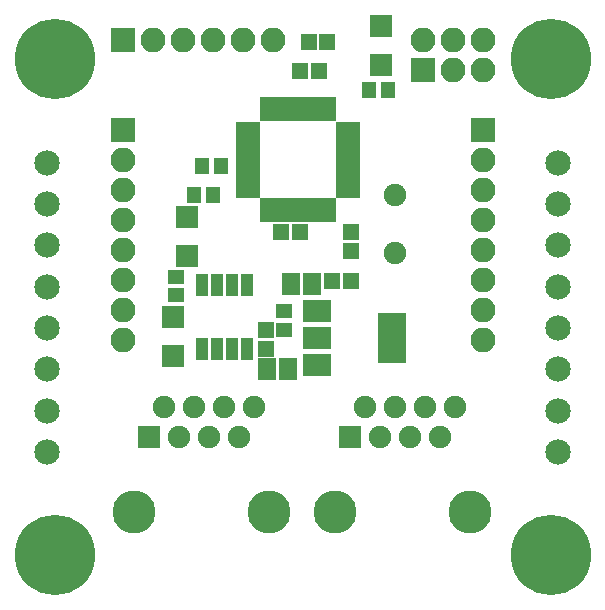
<source format=gts>
G04 #@! TF.GenerationSoftware,KiCad,Pcbnew,(6.0.0-rc1-dev-254-g7fa5456d7-dirty)*
G04 #@! TF.CreationDate,2018-11-09T09:56:40+01:00*
G04 #@! TF.ProjectId,sejf,73656A662E6B696361645F7063620000,rev?*
G04 #@! TF.SameCoordinates,Original*
G04 #@! TF.FileFunction,Soldermask,Top*
G04 #@! TF.FilePolarity,Negative*
%FSLAX46Y46*%
G04 Gerber Fmt 4.6, Leading zero omitted, Abs format (unit mm)*
G04 Created by KiCad (PCBNEW (6.0.0-rc1-dev-254-g7fa5456d7-dirty)) date Fri Nov  9 09:56:40 2018*
%MOMM*%
%LPD*%
G01*
G04 APERTURE LIST*
%ADD10O,2.100000X2.100000*%
%ADD11R,2.100000X2.100000*%
%ADD12R,1.350000X1.400000*%
%ADD13C,2.150000*%
%ADD14R,1.400000X1.350000*%
%ADD15C,1.900000*%
%ADD16R,1.900000X1.900000*%
%ADD17C,3.650000*%
%ADD18R,1.550000X1.850000*%
%ADD19R,1.400000X1.300000*%
%ADD20R,2.400000X4.200000*%
%ADD21R,2.400000X1.900000*%
%ADD22C,1.200000*%
%ADD23C,6.800000*%
%ADD24R,1.300000X1.400000*%
%ADD25R,0.950000X2.000000*%
%ADD26R,2.000000X0.950000*%
%ADD27R,1.000000X1.950000*%
G04 APERTURE END LIST*
D10*
G04 #@! TO.C,J6*
X130240000Y-70380000D03*
X130240000Y-72920000D03*
X127700000Y-70380000D03*
X127700000Y-72920000D03*
X125160000Y-70380000D03*
D11*
X125160000Y-72920000D03*
G04 #@! TD*
D12*
G04 #@! TO.C,C2*
X115500000Y-70500000D03*
X117100000Y-70500000D03*
G04 #@! TD*
D13*
G04 #@! TO.C,J4*
X136600000Y-105250000D03*
X136600000Y-101750000D03*
X136600000Y-98250000D03*
X136600000Y-94750000D03*
X136600000Y-91250000D03*
X136600000Y-87750000D03*
X136600000Y-84250000D03*
X136600000Y-80750000D03*
G04 #@! TD*
G04 #@! TO.C,J5*
X93400000Y-105250000D03*
X93400000Y-101750000D03*
X93400000Y-98250000D03*
X93400000Y-94750000D03*
X93400000Y-91250000D03*
X93400000Y-87750000D03*
X93400000Y-84250000D03*
X93400000Y-80750000D03*
G04 #@! TD*
D11*
G04 #@! TO.C,J2*
X99760000Y-70380000D03*
D10*
X102300000Y-70380000D03*
X104840000Y-70380000D03*
X107380000Y-70380000D03*
X109920000Y-70380000D03*
X112460000Y-70380000D03*
G04 #@! TD*
D12*
G04 #@! TO.C,C7*
X113200000Y-86600000D03*
X114800000Y-86600000D03*
G04 #@! TD*
D14*
G04 #@! TO.C,C8*
X111900000Y-94900000D03*
X111900000Y-96500000D03*
G04 #@! TD*
D15*
G04 #@! TO.C,J1*
X127890000Y-101460000D03*
X126620000Y-104000000D03*
X125350000Y-101460000D03*
X124080000Y-104000000D03*
X122810000Y-101460000D03*
X121540000Y-104000000D03*
X120270000Y-101460000D03*
D16*
X119000000Y-104000000D03*
D17*
X117730000Y-110350000D03*
X129160000Y-110350000D03*
G04 #@! TD*
G04 #@! TO.C,J3*
X112165000Y-110350000D03*
X100735000Y-110350000D03*
D16*
X102005000Y-104000000D03*
D15*
X103275000Y-101460000D03*
X104545000Y-104000000D03*
X105815000Y-101460000D03*
X107085000Y-104000000D03*
X108355000Y-101460000D03*
X109625000Y-104000000D03*
X110895000Y-101460000D03*
G04 #@! TD*
D18*
G04 #@! TO.C,C5*
X112000000Y-98200000D03*
X113800000Y-98200000D03*
G04 #@! TD*
G04 #@! TO.C,C6*
X114000000Y-91000000D03*
X115800000Y-91000000D03*
G04 #@! TD*
D19*
G04 #@! TO.C,R5*
X113400000Y-93300000D03*
X113400000Y-94900000D03*
G04 #@! TD*
D20*
G04 #@! TO.C,U3*
X122550000Y-95600000D03*
D21*
X116250000Y-95600000D03*
X116250000Y-97900000D03*
X116250000Y-93300000D03*
G04 #@! TD*
D10*
G04 #@! TO.C,J7*
X130240000Y-95780000D03*
X130240000Y-93240000D03*
X130240000Y-90700000D03*
X130240000Y-88160000D03*
X130240000Y-85620000D03*
X130240000Y-83080000D03*
X130240000Y-80540000D03*
D11*
X130240000Y-78000000D03*
G04 #@! TD*
G04 #@! TO.C,J8*
X99760000Y-78000000D03*
D10*
X99760000Y-80540000D03*
X99760000Y-83080000D03*
X99760000Y-85620000D03*
X99760000Y-88160000D03*
X99760000Y-90700000D03*
X99760000Y-93240000D03*
X99760000Y-95780000D03*
G04 #@! TD*
D22*
G04 #@! TO.C,MK3*
X137697056Y-112302944D03*
X136000000Y-111600000D03*
X134302944Y-112302944D03*
X133600000Y-114000000D03*
X134302944Y-115697056D03*
X136000000Y-116400000D03*
X137697056Y-115697056D03*
X138400000Y-114000000D03*
D23*
X136000000Y-114000000D03*
G04 #@! TD*
G04 #@! TO.C,MK2*
X136000000Y-72000000D03*
D22*
X138400000Y-72000000D03*
X137697056Y-73697056D03*
X136000000Y-74400000D03*
X134302944Y-73697056D03*
X133600000Y-72000000D03*
X134302944Y-70302944D03*
X136000000Y-69600000D03*
X137697056Y-70302944D03*
G04 #@! TD*
G04 #@! TO.C,MK1*
X95697056Y-112302944D03*
X94000000Y-111600000D03*
X92302944Y-112302944D03*
X91600000Y-114000000D03*
X92302944Y-115697056D03*
X94000000Y-116400000D03*
X95697056Y-115697056D03*
X96400000Y-114000000D03*
D23*
X94000000Y-114000000D03*
G04 #@! TD*
G04 #@! TO.C,MK4*
X94000000Y-72000000D03*
D22*
X96400000Y-72000000D03*
X95697056Y-73697056D03*
X94000000Y-74400000D03*
X92302944Y-73697056D03*
X91600000Y-72000000D03*
X92302944Y-70302944D03*
X94000000Y-69600000D03*
X95697056Y-70302944D03*
G04 #@! TD*
D15*
G04 #@! TO.C,Y1*
X122800000Y-88400000D03*
X122800000Y-83520000D03*
G04 #@! TD*
D12*
G04 #@! TO.C,C1*
X114800000Y-73000000D03*
X116400000Y-73000000D03*
G04 #@! TD*
G04 #@! TO.C,C3*
X117500000Y-90800000D03*
X119100000Y-90800000D03*
G04 #@! TD*
D14*
G04 #@! TO.C,C4*
X119100000Y-86600000D03*
X119100000Y-88200000D03*
G04 #@! TD*
D24*
G04 #@! TO.C,R1*
X106500000Y-81000000D03*
X108100000Y-81000000D03*
G04 #@! TD*
G04 #@! TO.C,R4*
X105800000Y-83500000D03*
X107400000Y-83500000D03*
G04 #@! TD*
G04 #@! TO.C,R2*
X122200000Y-74600000D03*
X120600000Y-74600000D03*
G04 #@! TD*
D19*
G04 #@! TO.C,R3*
X104300000Y-92000000D03*
X104300000Y-90400000D03*
G04 #@! TD*
D25*
G04 #@! TO.C,U1*
X111800000Y-84750000D03*
X112600000Y-84750000D03*
X113400000Y-84750000D03*
X114200000Y-84750000D03*
X115000000Y-84750000D03*
X115800000Y-84750000D03*
X116600000Y-84750000D03*
X117400000Y-84750000D03*
D26*
X118850000Y-83300000D03*
X118850000Y-82500000D03*
X118850000Y-81700000D03*
X118850000Y-80900000D03*
X118850000Y-80100000D03*
X118850000Y-79300000D03*
X118850000Y-78500000D03*
X118850000Y-77700000D03*
D25*
X117400000Y-76250000D03*
X116600000Y-76250000D03*
X115800000Y-76250000D03*
X115000000Y-76250000D03*
X114200000Y-76250000D03*
X113400000Y-76250000D03*
X112600000Y-76250000D03*
X111800000Y-76250000D03*
D26*
X110350000Y-77700000D03*
X110350000Y-78500000D03*
X110350000Y-79300000D03*
X110350000Y-80100000D03*
X110350000Y-80900000D03*
X110350000Y-81700000D03*
X110350000Y-82500000D03*
X110350000Y-83300000D03*
G04 #@! TD*
D27*
G04 #@! TO.C,U2*
X110305000Y-91100000D03*
X109035000Y-91100000D03*
X107765000Y-91100000D03*
X106495000Y-91100000D03*
X106495000Y-96500000D03*
X107765000Y-96500000D03*
X109035000Y-96500000D03*
X110305000Y-96500000D03*
G04 #@! TD*
D16*
G04 #@! TO.C,D1*
X121600000Y-72450000D03*
X121600000Y-69150000D03*
G04 #@! TD*
G04 #@! TO.C,D2*
X104000000Y-93850000D03*
X104000000Y-97150000D03*
G04 #@! TD*
G04 #@! TO.C,D3*
X105200000Y-88650000D03*
X105200000Y-85350000D03*
G04 #@! TD*
M02*

</source>
